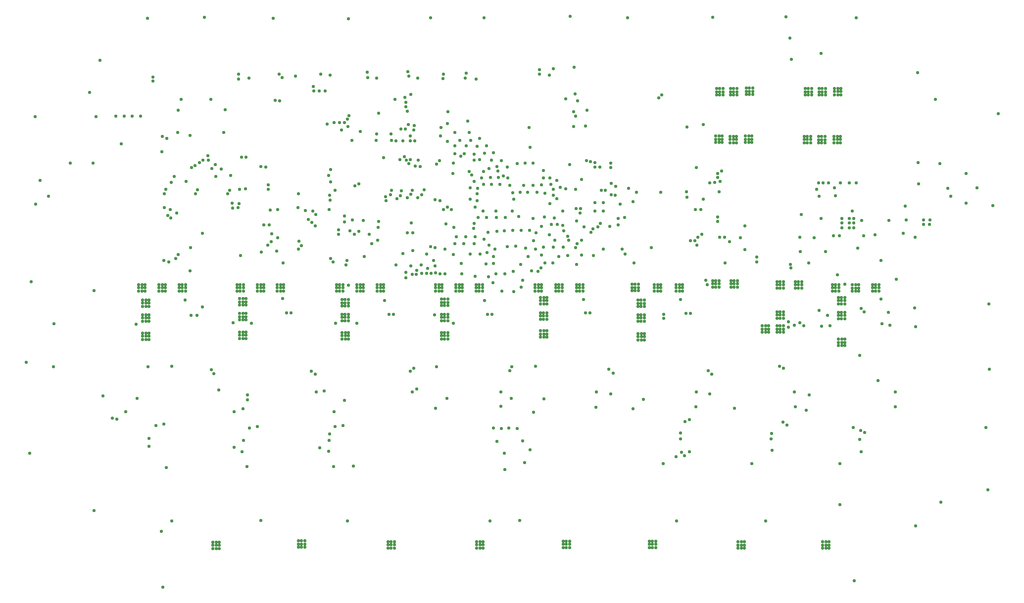
<source format=gbr>
%TF.GenerationSoftware,Altium Limited,Altium Designer,23.11.1 (41)*%
G04 Layer_Color=32896*
%FSLAX45Y45*%
%MOMM*%
%TF.SameCoordinates,42F4153E-1698-40C0-8701-72EE62771F10*%
%TF.FilePolarity,Positive*%
%TF.FileFunction,Other,Capping*%
%TF.Part,Single*%
G01*
G75*
%TA.AperFunction,SMDPad,CuDef*%
%ADD114C,0.55000*%
D114*
X10685000Y6910000D02*
D03*
X11095000D02*
D03*
X9785000Y6315000D02*
D03*
X9670000Y6030000D02*
D03*
X9740000Y6090000D02*
D03*
X10149300Y6939680D02*
D03*
X10078500Y6945000D02*
D03*
X9660000Y6415000D02*
D03*
X9721026Y6554111D02*
D03*
X9722559Y6627441D02*
D03*
X9650000Y6630000D02*
D03*
X9435000Y6245000D02*
D03*
X9940000Y6280000D02*
D03*
X10065000Y6371154D02*
D03*
X10020684Y6315684D02*
D03*
X9904225Y6218672D02*
D03*
X8310000Y7275000D02*
D03*
X8410000Y7185000D02*
D03*
X7960000Y6765000D02*
D03*
Y6880000D02*
D03*
X7965000Y6975000D02*
D03*
X8070000Y7040000D02*
D03*
X8205000D02*
D03*
X8345000D02*
D03*
X9320000Y6795000D02*
D03*
X9260000Y6855000D02*
D03*
X9060000Y7035000D02*
D03*
X8910000Y7030000D02*
D03*
X8755000Y7025000D02*
D03*
X8055000Y6585000D02*
D03*
X8280000D02*
D03*
X8555000D02*
D03*
X7955000Y7695000D02*
D03*
X8300000Y7350000D02*
D03*
X8085000Y7575000D02*
D03*
X8205000Y7455000D02*
D03*
X8480000Y7150000D02*
D03*
X8515000Y7030000D02*
D03*
X8570000Y6895000D02*
D03*
X8580000Y6785000D02*
D03*
X9190000Y6175000D02*
D03*
X8690000Y6910000D02*
D03*
X8825000D02*
D03*
X8985000D02*
D03*
X9120000Y6890000D02*
D03*
X8440000Y6475000D02*
D03*
X8670000Y6495000D02*
D03*
X8910000Y6460000D02*
D03*
X9110000Y6485000D02*
D03*
X8120000Y6475000D02*
D03*
X7920000Y6655000D02*
D03*
X8285000Y6475000D02*
D03*
X7970000D02*
D03*
X9275000Y6470500D02*
D03*
X9420000Y6340000D02*
D03*
Y6585000D02*
D03*
X7905000Y6375000D02*
D03*
X9060000Y6320000D02*
D03*
X9225000Y6360000D02*
D03*
X9330000D02*
D03*
X7910000Y6025000D02*
D03*
X8955000Y5930000D02*
D03*
X9095000Y5970000D02*
D03*
X9260000D02*
D03*
X7920000Y6145000D02*
D03*
X7406000Y5930000D02*
D03*
X8125000Y5875000D02*
D03*
X7725000Y6025000D02*
D03*
X7760000Y6145000D02*
D03*
X7600000D02*
D03*
X8235000Y5810000D02*
D03*
X7900000Y6290000D02*
D03*
X8235000Y5685000D02*
D03*
X7576157Y6026382D02*
D03*
X8435000Y5510000D02*
D03*
X8575000Y5550000D02*
D03*
X8700000Y5675000D02*
D03*
X8160000Y6000000D02*
D03*
X8785000Y5950000D02*
D03*
X8925000Y6075000D02*
D03*
X8075000Y6100000D02*
D03*
X8470000Y5980000D02*
D03*
X8620000Y5985000D02*
D03*
X8140000Y6220000D02*
D03*
X8295000Y6235000D02*
D03*
X8425000Y6245000D02*
D03*
X8570000Y6255000D02*
D03*
X8710000D02*
D03*
X8855000D02*
D03*
X8965000Y6215000D02*
D03*
X8265000Y5930000D02*
D03*
X8275000Y5510000D02*
D03*
X11045000Y5325000D02*
D03*
Y5270000D02*
D03*
X11100000D02*
D03*
X11045000Y5215000D02*
D03*
X10990000D02*
D03*
X11100000D02*
D03*
X10990000Y5270000D02*
D03*
Y5325000D02*
D03*
X11100000D02*
D03*
X10660000Y5330000D02*
D03*
Y5275000D02*
D03*
X10715000D02*
D03*
X10660000Y5220000D02*
D03*
X10605000D02*
D03*
X10715000D02*
D03*
X10605000Y5275000D02*
D03*
Y5330000D02*
D03*
X10715000D02*
D03*
X10760000Y5060000D02*
D03*
Y5005000D02*
D03*
X10815000D02*
D03*
X10705000Y5005000D02*
D03*
Y5060000D02*
D03*
X10815000D02*
D03*
X10760000Y4755000D02*
D03*
X10815000D02*
D03*
X10760000Y4700000D02*
D03*
X10705000D02*
D03*
X10815000D02*
D03*
X10705000Y4755000D02*
D03*
X9095000Y4845000D02*
D03*
Y4790000D02*
D03*
X9040000Y4790000D02*
D03*
Y4845000D02*
D03*
X9150000D02*
D03*
X9100000Y5105000D02*
D03*
Y5050000D02*
D03*
X9155000D02*
D03*
X9100000Y4995000D02*
D03*
X9045000D02*
D03*
X9155000D02*
D03*
X9045000Y5050000D02*
D03*
Y5105000D02*
D03*
X9155000D02*
D03*
X9355000Y5325000D02*
D03*
Y5270000D02*
D03*
X9410000D02*
D03*
X9355000Y5215000D02*
D03*
X9300000D02*
D03*
X9410000D02*
D03*
X9300000Y5270000D02*
D03*
Y5325000D02*
D03*
X9410000D02*
D03*
X9710000D02*
D03*
Y5270000D02*
D03*
X9765000D02*
D03*
X9710000Y5215000D02*
D03*
X9655000D02*
D03*
X9765000D02*
D03*
X9655000Y5270000D02*
D03*
Y5325000D02*
D03*
X9765000D02*
D03*
X9005000D02*
D03*
Y5270000D02*
D03*
X9060000D02*
D03*
X9005000Y5215000D02*
D03*
X8950000D02*
D03*
X9060000D02*
D03*
X8950000Y5270000D02*
D03*
Y5325000D02*
D03*
X9060000D02*
D03*
X7995000D02*
D03*
Y5270000D02*
D03*
Y5215000D02*
D03*
X8050000D02*
D03*
X7940000Y5270000D02*
D03*
Y5325000D02*
D03*
X8050000D02*
D03*
X7650000Y5270000D02*
D03*
X7705000D02*
D03*
X7650000Y5215000D02*
D03*
X7595000D02*
D03*
X7705000D02*
D03*
X7595000Y5270000D02*
D03*
X7305000Y5270000D02*
D03*
X7360000D02*
D03*
X7305000Y5215000D02*
D03*
X7250000D02*
D03*
X7360000D02*
D03*
X7250000Y5270000D02*
D03*
X7400000Y5075000D02*
D03*
Y5020000D02*
D03*
X7455000D02*
D03*
X7400000Y4965000D02*
D03*
X7345000D02*
D03*
X7455000D02*
D03*
X7345000Y5020000D02*
D03*
Y5075000D02*
D03*
X7455000D02*
D03*
X7400000Y4820000D02*
D03*
Y4765000D02*
D03*
X7455000D02*
D03*
X7400000Y4710000D02*
D03*
X7345000D02*
D03*
X7455000D02*
D03*
X7345000Y4765000D02*
D03*
Y4820000D02*
D03*
X7455000D02*
D03*
X5955000Y5325000D02*
D03*
Y5270000D02*
D03*
X6010000D02*
D03*
X5955000Y5215000D02*
D03*
X5900000D02*
D03*
X6010000D02*
D03*
X5900000Y5270000D02*
D03*
Y5325000D02*
D03*
X6010000D02*
D03*
X6305000D02*
D03*
Y5270000D02*
D03*
X6360000D02*
D03*
X6305000Y5215000D02*
D03*
X6250000D02*
D03*
X6360000D02*
D03*
X6250000Y5270000D02*
D03*
Y5325000D02*
D03*
X6360000D02*
D03*
X5605000D02*
D03*
Y5270000D02*
D03*
X5660000D02*
D03*
X5605000Y5215000D02*
D03*
X5550000D02*
D03*
X5660000D02*
D03*
X5550000Y5270000D02*
D03*
Y5325000D02*
D03*
X5660000D02*
D03*
X5700000Y5070000D02*
D03*
Y5015000D02*
D03*
X5755000D02*
D03*
X5700000Y4960000D02*
D03*
X5645000D02*
D03*
X5755000D02*
D03*
X5645000Y5015000D02*
D03*
Y5070000D02*
D03*
X5755000D02*
D03*
X5700000Y4820000D02*
D03*
Y4765000D02*
D03*
X5755000D02*
D03*
X5700000Y4710000D02*
D03*
X5645000D02*
D03*
X5755000D02*
D03*
X5645000Y4765000D02*
D03*
Y4820000D02*
D03*
X5755000D02*
D03*
X4255000Y5325000D02*
D03*
Y5270000D02*
D03*
X4310000D02*
D03*
X4255000Y5215000D02*
D03*
X4200000D02*
D03*
X4310000D02*
D03*
X4200000Y5270000D02*
D03*
Y5325000D02*
D03*
X4310000D02*
D03*
X4595000D02*
D03*
Y5270000D02*
D03*
X4650000D02*
D03*
X4595000Y5215000D02*
D03*
X4540000D02*
D03*
X4650000D02*
D03*
X4540000Y5270000D02*
D03*
Y5325000D02*
D03*
X3905000D02*
D03*
Y5270000D02*
D03*
X3960000D02*
D03*
X3905000Y5215000D02*
D03*
X3850000D02*
D03*
X3960000D02*
D03*
X3850000Y5270000D02*
D03*
Y5325000D02*
D03*
X3960000D02*
D03*
X3950000Y5085000D02*
D03*
Y5030000D02*
D03*
X4005000D02*
D03*
X3950000Y4975000D02*
D03*
X3895000D02*
D03*
X4005000D02*
D03*
X3895000Y5030000D02*
D03*
Y5085000D02*
D03*
X4005000D02*
D03*
X3950000Y4830000D02*
D03*
Y4775000D02*
D03*
X4005000D02*
D03*
X3950000Y4720000D02*
D03*
X3895000D02*
D03*
X4005000D02*
D03*
X3895000Y4775000D02*
D03*
Y4830000D02*
D03*
X4005000D02*
D03*
X2570000Y5325000D02*
D03*
Y5270000D02*
D03*
X2625000D02*
D03*
X2570000Y5215000D02*
D03*
X2515000D02*
D03*
X2625000D02*
D03*
X2515000Y5270000D02*
D03*
Y5325000D02*
D03*
X2625000D02*
D03*
X2915000D02*
D03*
Y5270000D02*
D03*
X2970000D02*
D03*
X2915000Y5215000D02*
D03*
X2860000D02*
D03*
X2970000D02*
D03*
X2860000Y5270000D02*
D03*
Y5325000D02*
D03*
X2970000D02*
D03*
X2225000D02*
D03*
Y5270000D02*
D03*
X2280000D02*
D03*
X2225000Y5215000D02*
D03*
X2280000D02*
D03*
X2170000Y5325000D02*
D03*
X2280000D02*
D03*
X2290000Y5065000D02*
D03*
Y5010000D02*
D03*
X2345000D02*
D03*
X2290000Y4955000D02*
D03*
X2235000D02*
D03*
X2345000D02*
D03*
X2235000Y5010000D02*
D03*
Y5065000D02*
D03*
X2345000D02*
D03*
Y4755000D02*
D03*
Y4700000D02*
D03*
Y4810000D02*
D03*
X11420000Y5325000D02*
D03*
Y5270000D02*
D03*
X11475000D02*
D03*
X11420000Y5215000D02*
D03*
X11365000D02*
D03*
X11475000D02*
D03*
X11365000Y5270000D02*
D03*
Y5325000D02*
D03*
X11475000D02*
D03*
X12040000Y5340000D02*
D03*
X12095000D02*
D03*
X12040000Y5285000D02*
D03*
X11985000D02*
D03*
X12095000D02*
D03*
X11985000Y5340000D02*
D03*
X12355000Y5340000D02*
D03*
X12410000D02*
D03*
X12355000Y5285000D02*
D03*
X12300000D02*
D03*
X12410000D02*
D03*
X12300000Y5340000D02*
D03*
X13139999Y5320000D02*
D03*
X13195000D02*
D03*
X13139999Y5265000D02*
D03*
X13085001D02*
D03*
X13195000D02*
D03*
X13085001Y5320000D02*
D03*
X13455000Y5320000D02*
D03*
X13510001D02*
D03*
X13455000Y5265000D02*
D03*
X13400000D02*
D03*
X13510001D02*
D03*
X13400000Y5320000D02*
D03*
X13139999Y4860000D02*
D03*
Y4805000D02*
D03*
X13195000D02*
D03*
X13139999Y4750000D02*
D03*
X13085001D02*
D03*
X13195000D02*
D03*
X13085001Y4805000D02*
D03*
Y4860000D02*
D03*
X13195000D02*
D03*
X14089999Y5325000D02*
D03*
Y5270000D02*
D03*
X14145000D02*
D03*
X14089999Y5215000D02*
D03*
X14035001D02*
D03*
X14145000D02*
D03*
X14035001Y5270000D02*
D03*
Y5325000D02*
D03*
X14145000D02*
D03*
X14430000Y5320000D02*
D03*
Y5265000D02*
D03*
X14485001D02*
D03*
X14430000Y5210000D02*
D03*
X14375000D02*
D03*
X14485001D02*
D03*
X14375000Y5265000D02*
D03*
Y5320000D02*
D03*
X14485001D02*
D03*
X14775000Y5325000D02*
D03*
Y5270000D02*
D03*
X14830000D02*
D03*
X14775000Y5215000D02*
D03*
X14720000D02*
D03*
X14830000D02*
D03*
X14720000Y5270000D02*
D03*
Y5325000D02*
D03*
X14830000D02*
D03*
X14189999Y5105000D02*
D03*
Y5050000D02*
D03*
X14245000D02*
D03*
X14189999Y4995000D02*
D03*
X14135001D02*
D03*
X14245000D02*
D03*
X14135001Y5050000D02*
D03*
Y5105000D02*
D03*
X14245000D02*
D03*
X14189999Y4850000D02*
D03*
Y4795000D02*
D03*
X14245000D02*
D03*
X14189999Y4740000D02*
D03*
X14135001D02*
D03*
X14245000D02*
D03*
X14135001Y4795000D02*
D03*
Y4850000D02*
D03*
X14245000D02*
D03*
X12150000Y7870000D02*
D03*
X12040000D02*
D03*
Y7815000D02*
D03*
X12150000Y7760000D02*
D03*
X12040000D02*
D03*
X12095000D02*
D03*
X12150000Y7815000D02*
D03*
X12095000D02*
D03*
Y7870000D02*
D03*
X12395000Y7865000D02*
D03*
X12285000D02*
D03*
Y7810000D02*
D03*
X12395000Y7755000D02*
D03*
X12285000D02*
D03*
X12340000D02*
D03*
X12395000Y7810000D02*
D03*
X12340000D02*
D03*
Y7865000D02*
D03*
X12660000Y7870000D02*
D03*
X12550000D02*
D03*
Y7815000D02*
D03*
X12660000Y7760000D02*
D03*
X12550000D02*
D03*
X12605000D02*
D03*
X12660000Y7815000D02*
D03*
X12605000D02*
D03*
Y7870000D02*
D03*
X12165000Y8685000D02*
D03*
X12055000D02*
D03*
Y8630000D02*
D03*
X12165000Y8575000D02*
D03*
X12055000D02*
D03*
X12110000D02*
D03*
X12165000Y8630000D02*
D03*
X12110000D02*
D03*
Y8685000D02*
D03*
X12400000D02*
D03*
X12290000D02*
D03*
Y8630000D02*
D03*
X12400000Y8575000D02*
D03*
X12290000D02*
D03*
X12345000D02*
D03*
X12400000Y8630000D02*
D03*
X12345000D02*
D03*
Y8685000D02*
D03*
X12670000Y8690000D02*
D03*
X12560000D02*
D03*
Y8635000D02*
D03*
X12670000Y8580000D02*
D03*
X12560000D02*
D03*
X12615000D02*
D03*
X12670000Y8635000D02*
D03*
X12615000D02*
D03*
Y8690000D02*
D03*
X12945000Y4620000D02*
D03*
X12835001D02*
D03*
Y4565000D02*
D03*
X12945000Y4510000D02*
D03*
X12835001D02*
D03*
X12889999D02*
D03*
X12945000Y4565000D02*
D03*
X12889999D02*
D03*
Y4620000D02*
D03*
X14250000Y4390000D02*
D03*
X14139999D02*
D03*
Y4335000D02*
D03*
Y4280000D02*
D03*
X14195000Y4390000D02*
D03*
X10765000Y4490000D02*
D03*
Y4435000D02*
D03*
X10820000D02*
D03*
X10765000Y4380000D02*
D03*
X10710000D02*
D03*
X10820000D02*
D03*
X10710000Y4435000D02*
D03*
Y4490000D02*
D03*
X10820000D02*
D03*
X7400000Y4505000D02*
D03*
X7455000Y4450000D02*
D03*
Y4505000D02*
D03*
X5705000D02*
D03*
Y4450000D02*
D03*
X5760000D02*
D03*
X5650000Y4505000D02*
D03*
X5760000D02*
D03*
X3950000Y4515000D02*
D03*
Y4460000D02*
D03*
X3895000Y4405000D02*
D03*
Y4460000D02*
D03*
Y4515000D02*
D03*
X8110000Y5680000D02*
D03*
X7550000Y5840000D02*
D03*
X8230000Y5360000D02*
D03*
X8380000Y5210000D02*
D03*
X8580541Y5202687D02*
D03*
X8710000Y5280000D02*
D03*
X8740000Y5400000D02*
D03*
X8892365Y5560279D02*
D03*
X9640000Y5960000D02*
D03*
X9290000Y6090000D02*
D03*
X9090000Y7150000D02*
D03*
X8640000Y7400000D02*
D03*
X8470000Y7340000D02*
D03*
X8320000Y7160000D02*
D03*
X8190000D02*
D03*
X8030000Y7150000D02*
D03*
X7910000Y7090000D02*
D03*
X7840000Y6980000D02*
D03*
Y6790000D02*
D03*
X8070000Y7260000D02*
D03*
X8160000Y7310000D02*
D03*
X8000000Y7470000D02*
D03*
X7910000Y7460000D02*
D03*
Y7560000D02*
D03*
X7580000Y7570000D02*
D03*
X7770000Y7700000D02*
D03*
X7580000D02*
D03*
X7450000Y7780000D02*
D03*
X7660000Y7800000D02*
D03*
X7850000D02*
D03*
X8370000Y7450000D02*
D03*
X8120000Y7700000D02*
D03*
X8000000Y7830000D02*
D03*
X7820000Y7930000D02*
D03*
X7580000D02*
D03*
X7330000Y7870000D02*
D03*
X14128613Y8687731D02*
D03*
Y8632731D02*
D03*
X14183614D02*
D03*
X14128613Y8577731D02*
D03*
X14073613D02*
D03*
X14183614D02*
D03*
X14073613Y8632731D02*
D03*
Y8687731D02*
D03*
X14183614D02*
D03*
X13858614Y8682731D02*
D03*
Y8627731D02*
D03*
X13913612D02*
D03*
X13858614Y8572731D02*
D03*
X13803613D02*
D03*
X13913612D02*
D03*
X13803613Y8627731D02*
D03*
Y8682731D02*
D03*
X13913612D02*
D03*
X13623613D02*
D03*
Y8627731D02*
D03*
X13678613D02*
D03*
X13623613Y8572731D02*
D03*
X13568613D02*
D03*
X13678613D02*
D03*
X13568613Y8627731D02*
D03*
Y8682731D02*
D03*
X13678613D02*
D03*
X14118613Y7867731D02*
D03*
Y7812731D02*
D03*
X14173613D02*
D03*
X14118613Y7757731D02*
D03*
X14063612D02*
D03*
X14173613D02*
D03*
X14063612Y7812731D02*
D03*
Y7867731D02*
D03*
X14173613D02*
D03*
X13853613Y7862731D02*
D03*
Y7807731D02*
D03*
X13908614D02*
D03*
X13853613Y7752731D02*
D03*
X13798613D02*
D03*
X13908614D02*
D03*
X13798613Y7807731D02*
D03*
Y7862731D02*
D03*
X13908614D02*
D03*
X13608614Y7867731D02*
D03*
Y7812731D02*
D03*
X13663612D02*
D03*
X13608614Y7757731D02*
D03*
X13553613D02*
D03*
X13663612D02*
D03*
X13553613Y7812731D02*
D03*
Y7867731D02*
D03*
X13663612D02*
D03*
X9630000Y8590000D02*
D03*
X9620000Y9050000D02*
D03*
X9610000Y8290000D02*
D03*
Y8030000D02*
D03*
X9640000Y8210000D02*
D03*
X10255000Y7060000D02*
D03*
X10060000Y7340000D02*
D03*
X9970000D02*
D03*
X9740000Y7130000D02*
D03*
X9640000Y6960000D02*
D03*
X10120000Y5935000D02*
D03*
X10440000D02*
D03*
X10940000Y5960000D02*
D03*
X9660000Y5670000D02*
D03*
X9050000Y5610000D02*
D03*
X7090000Y5850000D02*
D03*
X6860000Y5910000D02*
D03*
X5780000Y6250000D02*
D03*
X5930000Y6240000D02*
D03*
X6480000Y7910000D02*
D03*
X7550000Y7410000D02*
D03*
X7560000Y6310000D02*
D03*
X7240000Y5960000D02*
D03*
X9540000Y930000D02*
D03*
X9430000D02*
D03*
Y875000D02*
D03*
X9540000Y820000D02*
D03*
X9430000D02*
D03*
X9485000D02*
D03*
X9540000Y875000D02*
D03*
X9485000D02*
D03*
Y930000D02*
D03*
X11010000D02*
D03*
X10900000D02*
D03*
Y875000D02*
D03*
X11010000Y820000D02*
D03*
X10900000D02*
D03*
X10955000D02*
D03*
X11010000Y875000D02*
D03*
X10955000D02*
D03*
Y930000D02*
D03*
X12530000Y920000D02*
D03*
X12420000D02*
D03*
Y865000D02*
D03*
X12530000Y810000D02*
D03*
X12420000D02*
D03*
X12475000D02*
D03*
X12530000Y865000D02*
D03*
X12475000D02*
D03*
Y920000D02*
D03*
X13980000D02*
D03*
X13870000D02*
D03*
Y865000D02*
D03*
X13980000Y810000D02*
D03*
X13870000D02*
D03*
X13925000D02*
D03*
X13980000Y865000D02*
D03*
X13925000D02*
D03*
Y920000D02*
D03*
X2730000Y1280000D02*
D03*
X14160001Y1560000D02*
D03*
X14161761Y2258695D02*
D03*
X14389783Y2874767D02*
D03*
X14500000Y2670000D02*
D03*
X12652308Y2258695D02*
D03*
X12989999Y2680000D02*
D03*
X11140000Y2258695D02*
D03*
X8640000Y2860000D02*
D03*
X8740000Y2650000D02*
D03*
X8300000Y2640000D02*
D03*
X8370000Y2860000D02*
D03*
X5503161Y2208811D02*
D03*
X5260953Y2526923D02*
D03*
X5530000Y2890000D02*
D03*
X3800645Y2541651D02*
D03*
X4060000Y2870000D02*
D03*
X2640000Y2190000D02*
D03*
X2344400Y2552038D02*
D03*
X2460000Y2910000D02*
D03*
X1950000Y3150000D02*
D03*
X1560000Y3420000D02*
D03*
X3800000Y3150000D02*
D03*
X3536073Y3519908D02*
D03*
X4030000Y3350000D02*
D03*
X5205715Y3485203D02*
D03*
X5690000Y3340000D02*
D03*
X6920724Y3538210D02*
D03*
X7250000Y3210000D02*
D03*
X8540000Y3380000D02*
D03*
X8920000Y3140000D02*
D03*
X10620000Y3200000D02*
D03*
X10240000Y3450000D02*
D03*
X11940000D02*
D03*
X13639999Y3440000D02*
D03*
X13589999Y3170000D02*
D03*
X15019914Y4633312D02*
D03*
X14989999Y4850000D02*
D03*
X14870000Y5080000D02*
D03*
X13989999Y4620000D02*
D03*
X13950000Y4800000D02*
D03*
X13810001Y4880000D02*
D03*
X11610000Y4835000D02*
D03*
X11440000Y5070000D02*
D03*
X9780000D02*
D03*
X6525000Y4815000D02*
D03*
X6370000Y5050000D02*
D03*
X4775000Y4845000D02*
D03*
X4630000Y5090000D02*
D03*
X3161033Y4795406D02*
D03*
X2960000Y5060000D02*
D03*
X7440000Y3380000D02*
D03*
X9100000Y3370000D02*
D03*
X12360000Y3210000D02*
D03*
X14320000Y6460000D02*
D03*
Y6380000D02*
D03*
Y6300000D02*
D03*
X14400000D02*
D03*
Y6380000D02*
D03*
Y6460000D02*
D03*
X14085001Y6850000D02*
D03*
X13764999Y6955000D02*
D03*
X14070000Y6980000D02*
D03*
X14170000Y7070000D02*
D03*
X14320000D02*
D03*
X14439999Y7065000D02*
D03*
X14199130Y6460000D02*
D03*
X13480000Y6140000D02*
D03*
X13489999Y5890000D02*
D03*
X13500000Y6530000D02*
D03*
X14870000Y5740000D02*
D03*
X12110000Y6140000D02*
D03*
X12190000D02*
D03*
X12070000Y6410000D02*
D03*
Y6480000D02*
D03*
X12540000Y6330000D02*
D03*
X15870000Y7395000D02*
D03*
X15505000Y7415000D02*
D03*
X12095000Y6920000D02*
D03*
X11825000Y6790000D02*
D03*
X9430000Y5970000D02*
D03*
X7696187Y5513819D02*
D03*
X2600000Y2940000D02*
D03*
X2290000Y4810000D02*
D03*
Y4700000D02*
D03*
Y4755000D02*
D03*
X2170000Y5270000D02*
D03*
Y5215000D02*
D03*
X2140000Y3380000D02*
D03*
X2235000Y4755000D02*
D03*
Y4495000D02*
D03*
Y4700000D02*
D03*
Y4440000D02*
D03*
Y4810000D02*
D03*
Y4385000D02*
D03*
X2345000Y4495000D02*
D03*
X2290000D02*
D03*
Y4440000D02*
D03*
Y4385000D02*
D03*
X2345000D02*
D03*
Y4440000D02*
D03*
X4200000Y2895000D02*
D03*
X2710000Y6610000D02*
D03*
X5665000Y2910000D02*
D03*
X5510000Y3150000D02*
D03*
X3950000Y4405000D02*
D03*
X4005000D02*
D03*
Y4460000D02*
D03*
Y4515000D02*
D03*
X8235000Y2870000D02*
D03*
X7345000Y4450000D02*
D03*
Y4505000D02*
D03*
Y4395000D02*
D03*
X7400000Y4450000D02*
D03*
X2725000Y7075000D02*
D03*
X8500000Y2870000D02*
D03*
X7400000Y4395000D02*
D03*
X7455000D02*
D03*
X3890000Y6960000D02*
D03*
X3485000Y7175000D02*
D03*
X10800000Y3360000D02*
D03*
X4650000Y5325000D02*
D03*
X3690000Y6880000D02*
D03*
X12995467Y2779671D02*
D03*
X3995000Y6965000D02*
D03*
X14519450Y2824632D02*
D03*
X4445000Y6200000D02*
D03*
X5585000Y6190000D02*
D03*
X3260000Y4940000D02*
D03*
X4545000Y6125000D02*
D03*
X4375000Y6005000D02*
D03*
X4405000Y6350000D02*
D03*
X8050000Y5270000D02*
D03*
X6030000Y5810000D02*
D03*
X7925000Y5471000D02*
D03*
X8153580Y5458500D02*
D03*
X11145000Y4820000D02*
D03*
X10705000Y4810000D02*
D03*
X10760000D02*
D03*
X9890000Y4840000D02*
D03*
X10815000Y4950000D02*
D03*
X10760000D02*
D03*
X10705000D02*
D03*
X5760000Y4395000D02*
D03*
X5650000Y4450000D02*
D03*
X5705000Y4395000D02*
D03*
X5650000D02*
D03*
X13545000Y4625000D02*
D03*
X13085001Y4620000D02*
D03*
Y4565000D02*
D03*
X13139999Y4620000D02*
D03*
Y4510000D02*
D03*
X13085001D02*
D03*
X13195000Y4620000D02*
D03*
X13139999Y4565000D02*
D03*
X14575000Y4855000D02*
D03*
X14195000Y4335000D02*
D03*
X14250000Y4280000D02*
D03*
Y4335000D02*
D03*
X14195000Y4280000D02*
D03*
X11710000Y7330000D02*
D03*
X11780000Y6610000D02*
D03*
X9900000Y7430000D02*
D03*
X11825000Y8065000D02*
D03*
X11550000Y8025000D02*
D03*
X9835000Y8315000D02*
D03*
X9815000Y8040000D02*
D03*
X9680000Y8475000D02*
D03*
X4050000Y8865000D02*
D03*
X4850000Y8900000D02*
D03*
X6240000Y8865000D02*
D03*
X7750000D02*
D03*
X9193932Y8914896D02*
D03*
X9970000Y6730000D02*
D03*
X10115000Y6585000D02*
D03*
X9970000D02*
D03*
X2345000Y2695000D02*
D03*
X14525000Y2465000D02*
D03*
X13000000Y2485000D02*
D03*
X11450000Y2450000D02*
D03*
X8865000Y2495000D02*
D03*
X8420000Y2435000D02*
D03*
X8430000Y2160000D02*
D03*
X5425000Y2655000D02*
D03*
X3960000D02*
D03*
X11440000Y2680000D02*
D03*
X11695000Y6615000D02*
D03*
X11530000Y4835000D02*
D03*
X10815000Y4810000D02*
D03*
X9155000Y4480000D02*
D03*
X9100000D02*
D03*
X9155000Y4425000D02*
D03*
X9045000Y4480000D02*
D03*
X9100000Y4425000D02*
D03*
X9045000D02*
D03*
Y4535000D02*
D03*
X9155000D02*
D03*
X9100000D02*
D03*
X9040000Y4735000D02*
D03*
X9095000D02*
D03*
X9150000Y4790000D02*
D03*
Y4735000D02*
D03*
X9815000Y4840000D02*
D03*
X9024999Y8930000D02*
D03*
X7380000D02*
D03*
X5285000D02*
D03*
X4570000D02*
D03*
X3875000Y8935000D02*
D03*
X9520965Y6085818D02*
D03*
X9505000Y6155000D02*
D03*
X6107500Y6187500D02*
D03*
X6488336Y7797500D02*
D03*
X7680000Y7525000D02*
D03*
X7740000Y7570000D02*
D03*
X5590000Y6266952D02*
D03*
X3065000Y4795000D02*
D03*
X4700000Y4845000D02*
D03*
X6450000Y4815000D02*
D03*
X8135000Y4820000D02*
D03*
X13850000Y4615000D02*
D03*
X9470000Y8510000D02*
D03*
X5360000Y8640000D02*
D03*
X4500000Y8485000D02*
D03*
X3925000Y7510000D02*
D03*
X4385000Y6955000D02*
D03*
X12021998Y7073003D02*
D03*
X7320000Y6760000D02*
D03*
X7450000Y6655000D02*
D03*
X5730000Y5740000D02*
D03*
X6150000Y6030000D02*
D03*
X12115000Y7090000D02*
D03*
X12140000Y7270000D02*
D03*
X11940000Y7070000D02*
D03*
X5425000Y6610039D02*
D03*
X5437500Y6857500D02*
D03*
X4260000Y7345000D02*
D03*
X5447252Y7293012D02*
D03*
X5530000Y6940000D02*
D03*
X5440000Y6770000D02*
D03*
X4345000Y7340000D02*
D03*
X7385000Y6615000D02*
D03*
X7240000Y6780000D02*
D03*
X3885000Y6715000D02*
D03*
X3865000Y6645000D02*
D03*
X5690000Y6397550D02*
D03*
X5019241Y6597078D02*
D03*
X4543161Y6609858D02*
D03*
X3775000Y6640000D02*
D03*
X3770000Y6720000D02*
D03*
X2605000Y6645000D02*
D03*
X3050000Y5560000D02*
D03*
X13385001Y4630000D02*
D03*
X13195000Y4565000D02*
D03*
Y4510000D02*
D03*
X5390000Y8075000D02*
D03*
X6010000Y6425000D02*
D03*
X5605000Y8100000D02*
D03*
X2645000Y7830000D02*
D03*
X4021288Y2208835D02*
D03*
X5155000Y8720000D02*
D03*
X5445000Y8912081D02*
D03*
X6825000Y8580000D02*
D03*
X6945000Y8865000D02*
D03*
X7310000Y7445000D02*
D03*
X7335000Y8020000D02*
D03*
X7936682Y8847597D02*
D03*
X5510000Y8100000D02*
D03*
X5745000Y8030000D02*
D03*
X13285001Y4595000D02*
D03*
X13280000Y4685000D02*
D03*
X13480000Y4675000D02*
D03*
X7940000Y5215000D02*
D03*
X8080000Y5050000D02*
D03*
X7595000Y5325000D02*
D03*
X7650000D02*
D03*
X7705000D02*
D03*
X7050000Y6950000D02*
D03*
X11910000Y3850000D02*
D03*
X8215000Y4820000D02*
D03*
X7407280Y5510084D02*
D03*
X6855000Y6215000D02*
D03*
X10211406Y3873594D02*
D03*
X7360000Y5325000D02*
D03*
X7250000D02*
D03*
X7305000D02*
D03*
X7235000Y5645000D02*
D03*
X7250000Y5530000D02*
D03*
X7320000Y5510000D02*
D03*
X7170000Y5515000D02*
D03*
X7110000Y5605000D02*
D03*
X7211961Y5740299D02*
D03*
X6845000Y6945000D02*
D03*
X10240213Y7328415D02*
D03*
X8515000Y3850000D02*
D03*
X7095000Y5520000D02*
D03*
X6815000Y3840000D02*
D03*
X7005000Y5520000D02*
D03*
X5120000Y3840000D02*
D03*
X7000000Y5660660D02*
D03*
X6760000Y6210000D02*
D03*
X3410000Y3865000D02*
D03*
X6825000Y5650000D02*
D03*
X6690000Y5860000D02*
D03*
X6495000Y6940000D02*
D03*
X1720000Y3040000D02*
D03*
X6926541Y5572302D02*
D03*
X6845000Y5502522D02*
D03*
X6920000Y5500000D02*
D03*
X6739670Y5444670D02*
D03*
X6739427Y5534606D02*
D03*
X13795000Y7070000D02*
D03*
X14125000Y5495000D02*
D03*
X14050000Y6165000D02*
D03*
X2605000Y6885000D02*
D03*
X2840000Y5840000D02*
D03*
X3055000Y5955000D02*
D03*
X4526112Y5902694D02*
D03*
X6735000Y8376000D02*
D03*
Y8447000D02*
D03*
X6360000Y7500000D02*
D03*
X3170000Y6950000D02*
D03*
X6815000Y7465000D02*
D03*
X6900000Y7355000D02*
D03*
X6950000Y7455000D02*
D03*
X6815000Y7870000D02*
D03*
X3420000Y7310000D02*
D03*
X3482455Y7384726D02*
D03*
X3625000Y7935000D02*
D03*
X6233620Y7794999D02*
D03*
X6240000Y7910000D02*
D03*
X6655000Y7995000D02*
D03*
X6875000Y7970000D02*
D03*
X6880000Y8050000D02*
D03*
X6730000Y7995000D02*
D03*
X6980000Y7345000D02*
D03*
X3360000Y7455000D02*
D03*
X3355000Y7535500D02*
D03*
X6777023Y8065000D02*
D03*
X4904169Y5935948D02*
D03*
X7839770Y5850263D02*
D03*
X8007111Y5851462D02*
D03*
X8829670Y5810330D02*
D03*
X9061500Y5829067D02*
D03*
X9120000Y5695000D02*
D03*
X9350000Y5810000D02*
D03*
X9510000Y5820000D02*
D03*
X9250000Y5700000D02*
D03*
X10640000D02*
D03*
X12277889Y6062111D02*
D03*
X12465000Y6125000D02*
D03*
X12740000Y5715000D02*
D03*
X13320000Y5675000D02*
D03*
X6635000Y7465000D02*
D03*
X6708500Y7516550D02*
D03*
X6744714Y7454959D02*
D03*
X6793000Y7397494D02*
D03*
X6665000Y6935000D02*
D03*
X6585000Y6800000D02*
D03*
X10547500Y6972500D02*
D03*
X6253286Y6086714D02*
D03*
X5860000Y6190000D02*
D03*
X5865000Y7020000D02*
D03*
X7420000Y6365000D02*
D03*
X7450000Y8080000D02*
D03*
X10622500Y6742500D02*
D03*
X10402500Y6707500D02*
D03*
X10370000Y6455001D02*
D03*
X10225000Y6320000D02*
D03*
X10482500Y6477500D02*
D03*
X10370000Y6350000D02*
D03*
X10330000Y7010000D02*
D03*
X10251920Y6865352D02*
D03*
X10322460Y6857284D02*
D03*
X2773000Y7175000D02*
D03*
X2975000Y7090000D02*
D03*
X3745000Y7198500D02*
D03*
X7865000Y7200000D02*
D03*
X9265000Y6960000D02*
D03*
X9380000Y6990000D02*
D03*
X9090000Y7280000D02*
D03*
X9200000Y7150000D02*
D03*
X9215000Y7040000D02*
D03*
X9320000Y7110000D02*
D03*
X9470000Y6970000D02*
D03*
X6760000Y8300000D02*
D03*
X10120000Y6730000D02*
D03*
X13400000Y5371500D02*
D03*
X13630000Y5700000D02*
D03*
X13085001Y5375000D02*
D03*
X13195000D02*
D03*
X13139999D02*
D03*
X12410000Y5395000D02*
D03*
X12095000D02*
D03*
X12040000D02*
D03*
X12300000D02*
D03*
X12355000D02*
D03*
X11985000D02*
D03*
X12200000Y5700000D02*
D03*
X11864840Y5399840D02*
D03*
X11890000Y5320000D02*
D03*
X13455000Y5371500D02*
D03*
X13510001D02*
D03*
X8780000Y7410000D02*
D03*
X8910000D02*
D03*
X8240000Y7588500D02*
D03*
X7160000Y5975000D02*
D03*
X7515000Y6615000D02*
D03*
X9205000Y6715000D02*
D03*
X11545000Y6820000D02*
D03*
X11540000Y6920000D02*
D03*
X11114562Y8578529D02*
D03*
X11064358Y8528324D02*
D03*
X6723459Y8529959D02*
D03*
X12070000Y7229000D02*
D03*
Y7158000D02*
D03*
X5185000Y6335000D02*
D03*
X5200000Y6525000D02*
D03*
X5150000Y6583500D02*
D03*
X5450000Y5775000D02*
D03*
X5715000Y5665000D02*
D03*
X5495000Y5715000D02*
D03*
X4910000Y6065000D02*
D03*
X4955000Y5995000D02*
D03*
X4435000Y6060000D02*
D03*
X4310000Y6350000D02*
D03*
X4000000Y7510000D02*
D03*
X3045000Y7880000D02*
D03*
X2570000Y7860000D02*
D03*
X3645000Y8325000D02*
D03*
X3400000Y8500000D02*
D03*
X2565000Y7600000D02*
D03*
X2835000Y7935000D02*
D03*
X1385000Y7410000D02*
D03*
X997142Y7409179D02*
D03*
X395000Y8205000D02*
D03*
X1435000D02*
D03*
X325000Y5375000D02*
D03*
X1400000Y5225000D02*
D03*
X4260000Y1285000D02*
D03*
X5735000Y1280000D02*
D03*
X8180000Y1275000D02*
D03*
X8685000Y1285000D02*
D03*
X11370000Y1280000D02*
D03*
X12895000D02*
D03*
X14589452Y2789632D02*
D03*
X11590143Y3012672D02*
D03*
X3450000Y3800000D02*
D03*
X5185000Y3795000D02*
D03*
X6870000Y3895000D02*
D03*
X8550000Y3920000D02*
D03*
X10285000Y3810000D02*
D03*
X13130000Y3925000D02*
D03*
X11970000Y3795000D02*
D03*
X13195000Y3895000D02*
D03*
X14530000Y4915000D02*
D03*
X14880000Y4655000D02*
D03*
X11145000Y4745000D02*
D03*
X2680000Y5715000D02*
D03*
X2805000Y5770000D02*
D03*
X2600000Y5740000D02*
D03*
X2635000Y6955000D02*
D03*
X3140000Y6885000D02*
D03*
X4385000Y7035000D02*
D03*
X3725330Y6944670D02*
D03*
X3135000Y7365000D02*
D03*
X3205000Y7418500D02*
D03*
X3265106Y7456292D02*
D03*
X3071496Y7333248D02*
D03*
X4580000Y8470000D02*
D03*
X5260000Y8645000D02*
D03*
X5160000D02*
D03*
X3875000Y8850000D02*
D03*
X4625000Y8875000D02*
D03*
X6075000Y8965000D02*
D03*
X6085000Y8870000D02*
D03*
X6770000Y8970000D02*
D03*
X6785000Y8895000D02*
D03*
X7375000Y8855000D02*
D03*
X9024999Y9005000D02*
D03*
X10245000Y7405000D02*
D03*
X9975000Y7415000D02*
D03*
X9825000Y7450000D02*
D03*
X11685000Y6075000D02*
D03*
X11605000Y6080000D02*
D03*
X11715000Y6000000D02*
D03*
X11730000Y6140000D02*
D03*
X11797309Y6186759D02*
D03*
X6760000Y6810000D02*
D03*
X6940000D02*
D03*
X7010000Y6865000D02*
D03*
X6820000Y6870000D02*
D03*
X6645000Y6845000D02*
D03*
X6400000Y6760000D02*
D03*
X7260000Y7390000D02*
D03*
X7825000Y7260000D02*
D03*
X5935000Y7055000D02*
D03*
X1795000Y3020000D02*
D03*
X1400000Y1455000D02*
D03*
X300000Y2440000D02*
D03*
X240000Y3995000D02*
D03*
X2580000Y145000D02*
D03*
X2555000Y1100000D02*
D03*
X14410001Y250000D02*
D03*
X15461340Y1191161D02*
D03*
X15889999Y1595000D02*
D03*
X16695000Y1810000D02*
D03*
X16660001Y2875000D02*
D03*
X16720000Y3880000D02*
D03*
X16710001Y4990000D02*
D03*
X16780000Y6675000D02*
D03*
X16870000Y8250000D02*
D03*
X15795000Y8500000D02*
D03*
X15489999Y8960000D02*
D03*
X14439999Y9900000D02*
D03*
X13845000Y9285000D02*
D03*
X13335001Y9185000D02*
D03*
X13310001Y9550000D02*
D03*
X13239999Y9910000D02*
D03*
X11985000Y9905000D02*
D03*
X10530000Y9895000D02*
D03*
X9545000Y9925000D02*
D03*
X8075000Y9900000D02*
D03*
X7160000D02*
D03*
X5755000Y9880000D02*
D03*
X4470000Y9885000D02*
D03*
X3295000Y9905000D02*
D03*
X2320000Y9890000D02*
D03*
X1504927Y9168770D02*
D03*
X1325000Y8620000D02*
D03*
X5640000Y7970000D02*
D03*
X5815000Y7795000D02*
D03*
X5960000Y7945000D02*
D03*
X6270000Y8265000D02*
D03*
X6555000Y8495000D02*
D03*
X8850147Y8017918D02*
D03*
X7798226Y8129193D02*
D03*
X8865000Y7675000D02*
D03*
X9950000Y5825000D02*
D03*
X9740000Y5835000D02*
D03*
X6475000Y6865000D02*
D03*
X6390000Y6835000D02*
D03*
X5130000Y6390000D02*
D03*
X5070000Y6440000D02*
D03*
X2662580Y6506760D02*
D03*
X2720000Y6465000D02*
D03*
X2820190Y6555000D02*
D03*
X6540000Y870000D02*
D03*
X4900000Y935000D02*
D03*
X8005000Y925000D02*
D03*
X7950000Y815000D02*
D03*
Y870000D02*
D03*
X8005000Y815000D02*
D03*
X6540000Y925000D02*
D03*
X3440000Y805000D02*
D03*
X3550000Y860000D02*
D03*
X3440000Y915000D02*
D03*
X6485000Y925000D02*
D03*
X5010000Y825000D02*
D03*
X4955000D02*
D03*
X6485000Y870000D02*
D03*
X8005000D02*
D03*
X6430000Y870000D02*
D03*
Y815000D02*
D03*
X5010000Y935000D02*
D03*
X3550000Y805000D02*
D03*
X7950000Y925000D02*
D03*
X8060000Y815000D02*
D03*
X3550000Y915000D02*
D03*
X4955000Y935000D02*
D03*
X4900000Y880000D02*
D03*
X3495000Y805000D02*
D03*
Y860000D02*
D03*
Y915000D02*
D03*
X8060000Y870000D02*
D03*
X6430000Y925000D02*
D03*
X4900000Y825000D02*
D03*
X5010000Y880000D02*
D03*
X4955000D02*
D03*
X3440000Y860000D02*
D03*
X8060000Y925000D02*
D03*
X6540000Y815000D02*
D03*
X6485000D02*
D03*
X13720000Y6125000D02*
D03*
X14464999Y5950000D02*
D03*
X15130000Y5420000D02*
D03*
X14250000Y5330000D02*
D03*
X14499409Y4116097D02*
D03*
X14814999Y3685000D02*
D03*
X7230000Y4810000D02*
D03*
X7550000Y4660000D02*
D03*
X8955000Y3930000D02*
D03*
X7260000Y3915000D02*
D03*
X2735000Y3930000D02*
D03*
X2330000Y3920000D02*
D03*
X2125000Y4650000D02*
D03*
X715000Y4655000D02*
D03*
X710000Y3920000D02*
D03*
X1870000Y7740000D02*
D03*
X2895000Y8500000D02*
D03*
X7455000Y8290000D02*
D03*
X7545000Y7230000D02*
D03*
X6835000Y6380000D02*
D03*
X5760000Y5315000D02*
D03*
X5535000Y4660000D02*
D03*
X5900000Y4665000D02*
D03*
X4100000Y4660000D02*
D03*
X3780000Y4670000D02*
D03*
X4261979Y5885984D02*
D03*
X3910000Y5820000D02*
D03*
X3255000Y6205000D02*
D03*
X12535352Y5922589D02*
D03*
X5690449Y6504550D02*
D03*
X5826241Y6430730D02*
D03*
X12740000Y5800000D02*
D03*
X13323077Y5611528D02*
D03*
X5415526Y7198825D02*
D03*
X9260000Y9020000D02*
D03*
X11510817Y2982150D02*
D03*
X11433659Y2786500D02*
D03*
X13404553Y3232172D02*
D03*
X13187663Y2968422D02*
D03*
X13257663Y2923422D02*
D03*
X4024915Y3436988D02*
D03*
X3949463Y3202397D02*
D03*
X15108311Y3488915D02*
D03*
Y3230017D02*
D03*
X13381219Y3490442D02*
D03*
X11704945Y3489529D02*
D03*
X11702700Y3234868D02*
D03*
X9996365Y3490652D02*
D03*
X9992999Y3228139D02*
D03*
X8359581Y3487286D02*
D03*
X8360703Y3240479D02*
D03*
X6849483Y3483054D02*
D03*
X5341465Y3500388D02*
D03*
X2410000Y8810000D02*
D03*
Y8880000D02*
D03*
X2200000Y8210000D02*
D03*
X2060000D02*
D03*
X1920000D02*
D03*
X1780000D02*
D03*
X6570000Y7790000D02*
D03*
X6690000D02*
D03*
X6810000D02*
D03*
X6890000D02*
D03*
X10488604Y5845523D02*
D03*
X7685683Y5690890D02*
D03*
X485147Y7112461D02*
D03*
X627857Y6836174D02*
D03*
X402946Y6708306D02*
D03*
X16056596Y6837054D02*
D03*
X16326405Y6720639D02*
D03*
X16505820Y6980176D02*
D03*
X16321611Y7230810D02*
D03*
X16005237Y6976752D02*
D03*
X14768398Y6179457D02*
D03*
X14570688Y6163523D02*
D03*
X13873396Y7067457D02*
D03*
X13967805Y7070749D02*
D03*
X14150850Y6165000D02*
D03*
X14199130Y6380000D02*
D03*
Y6300000D02*
D03*
X15251007Y6204846D02*
D03*
X15454202Y6136146D02*
D03*
X15596590Y6437309D02*
D03*
X15441333Y4922605D02*
D03*
X15595975Y6358438D02*
D03*
X11508823Y2395012D02*
D03*
X11585671Y2463462D02*
D03*
X11359877Y2377988D02*
D03*
X5430000Y2770000D02*
D03*
X3936060Y2465910D02*
D03*
X8766194Y2277461D02*
D03*
X5414459Y2469103D02*
D03*
X5842000Y2215000D02*
D03*
X8996405Y5550209D02*
D03*
X15461000Y4608000D02*
D03*
X3576562Y7301390D02*
D03*
X4895080Y6646156D02*
D03*
X7773471Y8949577D02*
D03*
X9543378Y7379408D02*
D03*
X15699384Y6358438D02*
D03*
X15700000Y6437309D02*
D03*
X14374689Y6584600D02*
D03*
X15005095Y6426225D02*
D03*
X15294608Y6433935D02*
D03*
X14535828Y6424666D02*
D03*
X15506749Y7049297D02*
D03*
X5452730Y7089163D02*
D03*
X4420901Y6605913D02*
D03*
X4900325Y6877796D02*
D03*
X13920000Y5890000D02*
D03*
X6570000Y5660000D02*
D03*
X4635000Y5695000D02*
D03*
X2840000Y8315000D02*
D03*
X6260000Y6310000D02*
D03*
X6275000Y6410000D02*
D03*
X5767931Y8220890D02*
D03*
X5690000Y8103500D02*
D03*
X5736301Y8157325D02*
D03*
X15285001Y6670000D02*
D03*
X13839999Y6460000D02*
D03*
X13808182Y6840000D02*
D03*
%TF.MD5,4892154977fd09a8c52044e926258c22*%
M02*

</source>
